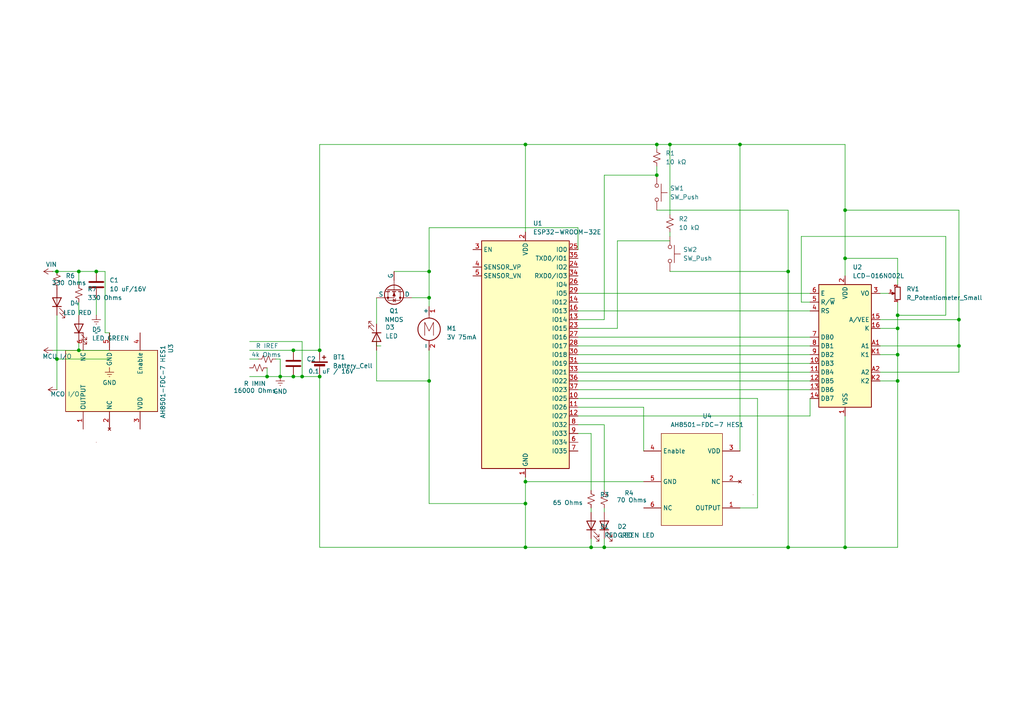
<source format=kicad_sch>
(kicad_sch (version 20231120) (generator "eeschema") (generator_version "8.0")
  (paper "A4")
  (lib_symbols
    (symbol "2024-11-20_13-12-45:TPB4056A20-ES1R"
      (property "Reference" "U3" (at 17.78 -2.032 90))
      (property "Value" "AH8501-FDC-7 HES1" (at 15.494 -11.684 90))
      (symbol "TPB4056A20-ES1R_0_1"
        (rectangle (start 13.97 -20.32) (end -12.7 -2.54) (fill (type color)))
      )
      (symbol "TPB4056A20-ES1R_1_1"
        (rectangle (start -3.81 -29.21) (end -3.81 -29.21) (fill (type color) (color 221 243 255 1)))
        (rectangle (start 13.97 -20.32) (end -12.7 -2.54) (fill (type background)))
        (pin output line (at -7.62 -25.4 90) (length 5.08) (name "OUTPUT") (number "1"))
        (pin no_connect line (at 0 -25.4 90) (length 5.08) (name "NC") (number "2"))
        (pin power_in line (at 8.89 -25.4 90) (length 5.08) (name "VDD") (number "3"))
        (pin input line (at 8.89 2.54 270) (length 5.08) (name "Enable") (number "4"))
        (pin power_in line (at 0 2.54 270) (length 5.08) (name "GND") (number "5"))
        (pin input line (at -7.62 2.54 270) (length 5.08) (name "NC") (number "6"))
      )
    )
    (symbol "Device:Battery_Cell" (pin_numbers hide) (pin_names (offset 0) hide)
      (property "Reference" "BT" (at 2.54 2.54 0))
      (property "Value" "Battery_Cell" (at 2.54 0 0))
      (symbol "Battery_Cell_0_1"
        (rectangle (start -2.286 1.778) (end 2.286 1.524) (fill (type outline)))
        (rectangle (start -1.524 1.016) (end 1.524 0.508) (fill (type outline)))
        (polyline (pts (xy 0 0.762) (xy 0 0)))
        (polyline (pts (xy 0 1.778) (xy 0 2.54)))
        (polyline (pts (xy 0.762 3.048) (xy 1.778 3.048)) (stroke (width 0.254)))
        (polyline (pts (xy 1.27 3.556) (xy 1.27 2.54)) (stroke (width 0.254)))
      )
      (symbol "Battery_Cell_1_1"
        (pin passive line (at 0 5.08 270) (length 2.54) (name "+") (number "1"))
        (pin passive line (at 0 -2.54 90) (length 2.54) (name "-") (number "2"))
      )
    )
    (symbol "Device:C" (pin_numbers hide) (pin_names (offset 0.254))
      (property "Reference" "C" (at 0.635 2.54 0))
      (property "Value" "C" (at 0.635 -2.54 0))
      (symbol "C_0_1"
        (polyline (pts (xy -2.032 -0.762) (xy 2.032 -0.762)) (stroke (width 0.508)))
        (polyline (pts (xy -2.032 0.762) (xy 2.032 0.762)) (stroke (width 0.508)))
      )
      (symbol "C_1_1"
        (pin passive line (at 0 3.81 270) (length 2.794) (name "~") (number "1"))
        (pin passive line (at 0 -3.81 90) (length 2.794) (name "~") (number "2"))
      )
    )
    (symbol "Device:LED" (pin_numbers hide) (pin_names (offset 1.016) hide)
      (property "Reference" "D" (at 0 2.54 0))
      (property "Value" "LED" (at 0 -2.54 0))
      (symbol "LED_0_1"
        (polyline (pts (xy -1.27 -1.27) (xy -1.27 1.27)) (stroke (width 0.254)))
        (polyline (pts (xy -1.27 0) (xy 1.27 0)))
        (polyline (pts (xy 1.27 -1.27) (xy 1.27 1.27) (xy -1.27 0) (xy 1.27 -1.27)) (stroke (width 0.254)))
        (polyline (pts (xy -3.048 -0.762) (xy -4.572 -2.286) (xy -3.81 -2.286) (xy -4.572 -2.286) (xy -4.572 -1.524)))
        (polyline (pts (xy -1.778 -0.762) (xy -3.302 -2.286) (xy -2.54 -2.286) (xy -3.302 -2.286) (xy -3.302 -1.524)))
      )
      (symbol "LED_1_1"
        (pin passive line (at -3.81 0 0) (length 2.54) (name "K") (number "1"))
        (pin passive line (at 3.81 0 180) (length 2.54) (name "A") (number "2"))
      )
    )
    (symbol "Device:R_Potentiometer_Small" (pin_names (offset 1.016) hide)
      (property "Reference" "RV" (at -4.445 0 90))
      (property "Value" "R_Potentiometer_Small" (at -2.54 0 90))
      (symbol "R_Potentiometer_Small_0_1"
        (polyline (pts (xy 0.889 0) (xy 0.635 0) (xy 1.651 0.381) (xy 1.651 -0.381) (xy 0.635 0) (xy 0.889 0)) (fill (type outline)))
        (rectangle (start 0.762 1.8034) (end -0.762 -1.8034) (stroke (width 0.254)))
      )
      (symbol "R_Potentiometer_Small_1_1"
        (pin passive line (at 0 2.54 270) (length 0.635) (name "1") (number "1"))
        (pin passive line (at 2.54 0 180) (length 0.9906) (name "2") (number "2"))
        (pin passive line (at 0 -2.54 90) (length 0.635) (name "3") (number "3"))
      )
    )
    (symbol "Device:R_Small_US" (pin_numbers hide) (pin_names (offset 0.254) hide)
      (property "Reference" "R" (at 0.762 0.508 0))
      (property "Value" "R_Small_US" (at 0.762 -1.016 0))
      (symbol "R_Small_US_1_1"
        (polyline (pts (xy 0 0) (xy 1.016 -0.381) (xy 0 -0.762) (xy -1.016 -1.143) (xy 0 -1.524)))
        (polyline (pts (xy 0 1.524) (xy 1.016 1.143) (xy 0 0.762) (xy -1.016 0.381) (xy 0 0)))
        (pin passive line (at 0 2.54 270) (length 1.016) (name "~") (number "1"))
        (pin passive line (at 0 -2.54 90) (length 1.016) (name "~") (number "2"))
      )
    )
    (symbol "Display_Character:LCD-016N002L"
      (property "Reference" "U" (at -6.35 18.796 0))
      (property "Value" "LCD-016N002L" (at 8.636 18.796 0))
      (symbol "LCD-016N002L_1_1"
        (rectangle (start -7.62 17.78) (end 7.62 -17.78) (stroke (width 0.254)) (fill (type background)))
        (pin power_in line (at 0 -20.32 90) (length 2.54) (name "VSS") (number "1"))
        (pin bidirectional line (at -10.16 -5.08 0) (length 2.54) (name "DB3") (number "10"))
        (pin bidirectional line (at -10.16 -7.62 0) (length 2.54) (name "DB4") (number "11"))
        (pin bidirectional line (at -10.16 -10.16 0) (length 2.54) (name "DB5") (number "12"))
        (pin bidirectional line (at -10.16 -12.7 0) (length 2.54) (name "DB6") (number "13"))
        (pin bidirectional line (at -10.16 -15.24 0) (length 2.54) (name "DB7") (number "14"))
        (pin power_in line (at 10.16 7.62 180) (length 2.54) (name "A/VEE") (number "15"))
        (pin power_in line (at 10.16 5.08 180) (length 2.54) (name "K") (number "16"))
        (pin power_in line (at 0 20.32 270) (length 2.54) (name "VDD") (number "2"))
        (pin input line (at 10.16 15.24 180) (length 2.54) (name "VO") (number "3"))
        (pin input line (at -10.16 10.16 0) (length 2.54) (name "RS") (number "4"))
        (pin input line (at -10.16 12.7 0) (length 2.54) (name "R/~{W}") (number "5"))
        (pin input line (at -10.16 15.24 0) (length 2.54) (name "E") (number "6"))
        (pin bidirectional line (at -10.16 2.54 0) (length 2.54) (name "DB0") (number "7"))
        (pin bidirectional line (at -10.16 0 0) (length 2.54) (name "DB1") (number "8"))
        (pin bidirectional line (at -10.16 -2.54 0) (length 2.54) (name "DB2") (number "9"))
        (pin power_in line (at 10.16 0 180) (length 2.54) (name "A1") (number "A1"))
        (pin power_in line (at 10.16 -7.62 180) (length 2.54) (name "A2") (number "A2"))
        (pin power_in line (at 10.16 -2.54 180) (length 2.54) (name "K1") (number "K1"))
        (pin power_in line (at 10.16 -10.16 180) (length 2.54) (name "K2") (number "K2"))
      )
    )
    (symbol "Library:AH8501-FDC-7"
      (property "Reference" "U4" (at 19.05 -15.875 90))
      (property "Value" "AH8501-FDC-7 HES1" (at 16.51 -15.875 90))
      (symbol "AH8501-FDC-7_1_1"
        (rectangle (start -12.7 -2.54) (end 13.97 -20.32) (fill (type background)))
        (rectangle (start -3.81 -29.21) (end -3.81 -29.21) (fill (type color) (color 221 243 255 1)))
        (pin output line (at -7.62 -25.4 90) (length 5.08) (name "OUTPUT") (number "1"))
        (pin no_connect line (at 0 -25.4 90) (length 5.08) (name "NC") (number "2"))
        (pin power_in line (at 8.89 -25.4 90) (length 5.08) (name "VDD") (number "3"))
        (pin input line (at 8.89 2.54 270) (length 5.08) (name "Enable") (number "4"))
        (pin power_in line (at 0 2.54 270) (length 5.08) (name "GND") (number "5"))
        (pin input line (at -7.62 2.54 270) (length 5.08) (name "NC") (number "6"))
      )
    )
    (symbol "Motor:Motor_DC" (pin_names (offset 0))
      (property "Reference" "M" (at 2.54 2.54 0))
      (property "Value" "Motor_DC" (at 2.54 -5.08 0))
      (symbol "Motor_DC_0_0"
        (polyline (pts (xy -1.27 -3.302) (xy -1.27 0.508) (xy 0 -2.032) (xy 1.27 0.508) (xy 1.27 -3.302)))
      )
      (symbol "Motor_DC_0_1"
        (circle (center 0 -1.524) (radius 3.2512) (stroke (width 0.254)))
        (polyline (pts (xy 0 -7.62) (xy 0 -7.112)))
        (polyline (pts (xy 0 -4.7752) (xy 0 -5.1816)))
        (polyline (pts (xy 0 1.7272) (xy 0 2.0828)))
        (polyline (pts (xy 0 2.032) (xy 0 2.54)))
      )
      (symbol "Motor_DC_1_1"
        (pin passive line (at 0 5.08 270) (length 2.54) (name "+") (number "1"))
        (pin passive line (at 0 -7.62 90) (length 2.54) (name "-") (number "2"))
      )
    )
    (symbol "RF_Module:ESP32-WROOM-32E"
      (property "Reference" "U" (at -12.7 34.29 0))
      (property "Value" "ESP32-WROOM-32E" (at 1.27 34.29 0))
      (symbol "ESP32-WROOM-32E_0_1"
        (rectangle (start -12.7 33.02) (end 12.7 -33.02) (stroke (width 0.254)) (fill (type background)))
      )
      (symbol "ESP32-WROOM-32E_1_1"
        (pin power_in line (at 0 -35.56 90) (length 2.54) (name "GND") (number "1"))
        (pin bidirectional line (at 15.24 -12.7 180) (length 2.54) (name "IO25") (number "10"))
        (pin bidirectional line (at 15.24 -15.24 180) (length 2.54) (name "IO26") (number "11"))
        (pin bidirectional line (at 15.24 -17.78 180) (length 2.54) (name "IO27") (number "12"))
        (pin bidirectional line (at 15.24 10.16 180) (length 2.54) (name "IO14") (number "13"))
        (pin bidirectional line (at 15.24 15.24 180) (length 2.54) (name "IO12") (number "14"))
        (pin passive line (at 0 -35.56 90) (length 2.54) hide (name "GND") (number "15"))
        (pin bidirectional line (at 15.24 12.7 180) (length 2.54) (name "IO13") (number "16"))
        (pin no_connect line (at -12.7 -5.08 0) (length 2.54) hide (name "NC") (number "17"))
        (pin no_connect line (at -12.7 -7.62 0) (length 2.54) hide (name "NC") (number "18"))
        (pin no_connect line (at -12.7 -12.7 0) (length 2.54) hide (name "NC") (number "19"))
        (pin power_in line (at 0 35.56 270) (length 2.54) (name "VDD") (number "2"))
        (pin no_connect line (at -12.7 -10.16 0) (length 2.54) hide (name "NC") (number "20"))
        (pin no_connect line (at -12.7 0 0) (length 2.54) hide (name "NC") (number "21"))
        (pin no_connect line (at -12.7 -2.54 0) (length 2.54) hide (name "NC") (number "22"))
        (pin bidirectional line (at 15.24 7.62 180) (length 2.54) (name "IO15") (number "23"))
        (pin bidirectional line (at 15.24 25.4 180) (length 2.54) (name "IO2") (number "24"))
        (pin bidirectional line (at 15.24 30.48 180) (length 2.54) (name "IO0") (number "25"))
        (pin bidirectional line (at 15.24 20.32 180) (length 2.54) (name "IO4") (number "26"))
        (pin bidirectional line (at 15.24 5.08 180) (length 2.54) (name "IO16") (number "27"))
        (pin bidirectional line (at 15.24 2.54 180) (length 2.54) (name "IO17") (number "28"))
        (pin bidirectional line (at 15.24 17.78 180) (length 2.54) (name "IO5") (number "29"))
        (pin input line (at -15.24 30.48 0) (length 2.54) (name "EN") (number "3"))
        (pin bidirectional line (at 15.24 0 180) (length 2.54) (name "IO18") (number "30"))
        (pin bidirectional line (at 15.24 -2.54 180) (length 2.54) (name "IO19") (number "31"))
        (pin no_connect line (at -12.7 -27.94 0) (length 2.54) hide (name "NC") (number "32"))
        (pin bidirectional line (at 15.24 -5.08 180) (length 2.54) (name "IO21") (number "33"))
        (pin bidirectional line (at 15.24 22.86 180) (length 2.54) (name "RXD0/IO3") (number "34"))
        (pin bidirectional line (at 15.24 27.94 180) (length 2.54) (name "TXD0/IO1") (number "35"))
        (pin bidirectional line (at 15.24 -7.62 180) (length 2.54) (name "IO22") (number "36"))
        (pin bidirectional line (at 15.24 -10.16 180) (length 2.54) (name "IO23") (number "37"))
        (pin passive line (at 0 -35.56 90) (length 2.54) hide (name "GND") (number "38"))
        (pin passive line (at 0 -35.56 90) (length 2.54) hide (name "GND") (number "39"))
        (pin input line (at -15.24 25.4 0) (length 2.54) (name "SENSOR_VP") (number "4"))
        (pin input line (at -15.24 22.86 0) (length 2.54) (name "SENSOR_VN") (number "5"))
        (pin input line (at 15.24 -25.4 180) (length 2.54) (name "IO34") (number "6"))
        (pin input line (at 15.24 -27.94 180) (length 2.54) (name "IO35") (number "7"))
        (pin bidirectional line (at 15.24 -20.32 180) (length 2.54) (name "IO32") (number "8"))
        (pin bidirectional line (at 15.24 -22.86 180) (length 2.54) (name "IO33") (number "9"))
      )
    )
    (symbol "Simulation_SPICE:NMOS" (pin_numbers hide) (pin_names (offset 0))
      (property "Reference" "Q" (at 5.08 1.27 0))
      (property "Value" "NMOS" (at 5.08 -1.27 0))
      (symbol "NMOS_0_1"
        (polyline (pts (xy 0.254 0) (xy -2.54 0)))
        (polyline (pts (xy 0.254 1.905) (xy 0.254 -1.905)) (stroke (width 0.254)))
        (polyline (pts (xy 0.762 -1.27) (xy 0.762 -2.286)) (stroke (width 0.254)))
        (polyline (pts (xy 0.762 0.508) (xy 0.762 -0.508)) (stroke (width 0.254)))
        (polyline (pts (xy 0.762 2.286) (xy 0.762 1.27)) (stroke (width 0.254)))
        (polyline (pts (xy 2.54 2.54) (xy 2.54 1.778)))
        (polyline (pts (xy 2.54 -2.54) (xy 2.54 0) (xy 0.762 0)))
        (polyline (pts (xy 0.762 -1.778) (xy 3.302 -1.778) (xy 3.302 1.778) (xy 0.762 1.778)))
        (polyline (pts (xy 1.016 0) (xy 2.032 0.381) (xy 2.032 -0.381) (xy 1.016 0)) (fill (type outline)))
        (polyline (pts (xy 2.794 0.508) (xy 2.921 0.381) (xy 3.683 0.381) (xy 3.81 0.254)))
        (polyline (pts (xy 3.302 0.381) (xy 2.921 -0.254) (xy 3.683 -0.254) (xy 3.302 0.381)))
        (circle (center 1.651 0) (radius 2.794) (stroke (width 0.254)))
        (circle (center 2.54 -1.778) (radius 0.254) (fill (type outline)))
        (circle (center 2.54 1.778) (radius 0.254) (fill (type outline)))
      )
      (symbol "NMOS_1_1"
        (pin passive line (at 2.54 5.08 270) (length 2.54) (name "D") (number "1"))
        (pin input line (at -5.08 0 0) (length 2.54) (name "G") (number "2"))
        (pin passive line (at 2.54 -5.08 90) (length 2.54) (name "S") (number "3"))
      )
    )
    (symbol "Switch:SW_Push" (pin_numbers hide) (pin_names (offset 1.016) hide)
      (property "Reference" "SW" (at 1.27 2.54 0))
      (property "Value" "SW_Push" (at 0 -1.524 0))
      (symbol "SW_Push_0_1"
        (circle (center -2.032 0) (radius 0.508))
        (polyline (pts (xy 0 1.27) (xy 0 3.048)))
        (polyline (pts (xy 2.54 1.27) (xy -2.54 1.27)))
        (circle (center 2.032 0) (radius 0.508))
        (pin passive line (at -5.08 0 0) (length 2.54) (name "1") (number "1"))
        (pin passive line (at 5.08 0 180) (length 2.54) (name "2") (number "2"))
      )
    )
    (symbol "power:Earth" (power) (pin_numbers hide) (pin_names (offset 0) hide)
      (property "Value" "Earth" (at 0 -3.81 0))
      (symbol "Earth_0_1"
        (polyline (pts (xy -0.635 -1.905) (xy 0.635 -1.905)))
        (polyline (pts (xy -0.127 -2.54) (xy 0.127 -2.54)))
        (polyline (pts (xy 0 -1.27) (xy 0 0)))
        (polyline (pts (xy 1.27 -1.27) (xy -1.27 -1.27)))
      )
      (symbol "Earth_1_1"
        (pin power_in line (at 0 0 270) (length 0) (name "~") (number "1"))
      )
    )
    (symbol "power:VAA" (power) (pin_numbers hide) (pin_names (offset 0) hide)
      (property "Value" "VAA" (at 0 3.556 0))
      (symbol "VAA_0_1"
        (polyline (pts (xy -0.762 1.27) (xy 0 2.54)))
        (polyline (pts (xy 0 0) (xy 0 2.54)))
        (polyline (pts (xy 0 2.54) (xy 0.762 1.27)))
      )
      (symbol "VAA_1_1"
        (pin power_in line (at 0 0 90) (length 0) (name "~") (number "1"))
      )
    )
  )
  (junction (at 190.5 41.91))
  (junction (at 260.35 95.25))
  (junction (at 175.26 158.75))
  (junction (at 16.51 104.14))
  (junction (at 245.11 60.96))
  (junction (at 87.63 109.22))
  (junction (at 152.4 139.7))
  (junction (at 124.46 78.74))
  (junction (at 77.47 109.22))
  (junction (at 124.46 86.36))
  (junction (at 245.11 158.75))
  (junction (at 92.71 101.6))
  (junction (at 22.86 101.6))
  (junction (at 245.11 74.93))
  (junction (at 190.5 50.8))
  (junction (at 85.09 109.22))
  (junction (at 16.51 78.74))
  (junction (at 85.09 101.6))
  (junction (at 152.4 158.75))
  (junction (at 22.86 78.74))
  (junction (at 124.46 110.49))
  (junction (at 152.4 146.05))
  (junction (at 260.35 91.44))
  (junction (at 27.94 78.74))
  (junction (at 260.35 102.87))
  (junction (at 214.63 41.91))
  (junction (at 194.31 41.91))
  (junction (at 92.71 109.22))
  (junction (at 228.6 78.74))
  (junction (at 260.35 110.49))
  (junction (at 278.13 92.71))
  (junction (at 228.6 158.75))
  (junction (at 171.45 158.75))
  (junction (at 81.28 109.22))
  (junction (at 278.13 100.33))
  (junction (at 152.4 41.91))
  (wire (pts (xy 72.39 99.06) (xy 87.63 99.06)))
  (wire (pts (xy 72.39 101.6) (xy 85.09 101.6)))
  (wire (pts (xy 179.07 69.85) (xy 179.07 95.25)))
  (wire (pts (xy 16.51 113.03) (xy 16.51 104.14)))
  (wire (pts (xy 167.64 85.09) (xy 234.95 85.09)))
  (wire (pts (xy 245.11 120.65) (xy 245.11 158.75)))
  (wire (pts (xy 274.32 91.44) (xy 260.35 91.44)))
  (wire (pts (xy 85.09 109.22) (xy 87.63 109.22)))
  (wire (pts (xy 232.41 68.58) (xy 274.32 68.58)))
  (wire (pts (xy 234.95 115.57) (xy 234.95 120.65)))
  (wire (pts (xy 81.28 109.22) (xy 85.09 109.22)))
  (wire (pts (xy 124.46 101.6) (xy 124.46 110.49)))
  (wire (pts (xy 16.51 91.44) (xy 16.51 104.14)))
  (wire (pts (xy 234.95 87.63) (xy 232.41 87.63)))
  (wire (pts (xy 167.64 105.41) (xy 234.95 105.41)))
  (wire (pts (xy 167.64 90.17) (xy 234.95 90.17)))
  (wire (pts (xy 124.46 146.05) (xy 152.4 146.05)))
  (wire (pts (xy 22.86 101.6) (xy 31.75 101.6)))
  (wire (pts (xy 27.94 86.36) (xy 27.94 91.44)))
  (wire (pts (xy 171.45 158.75) (xy 175.26 158.75)))
  (wire (pts (xy 190.5 41.91) (xy 194.31 41.91)))
  (wire (pts (xy 260.35 87.63) (xy 260.35 91.44)))
  (wire (pts (xy 152.4 139.7) (xy 186.69 139.7)))
  (wire (pts (xy 109.22 101.6) (xy 109.22 110.49)))
  (wire (pts (xy 16.51 104.14) (xy 31.75 104.14)))
  (wire (pts (xy 245.11 158.75) (xy 228.6 158.75)))
  (wire (pts (xy 87.63 99.06) (xy 87.63 109.22)))
  (wire (pts (xy 255.27 110.49) (xy 260.35 110.49)))
  (wire (pts (xy 179.07 95.25) (xy 167.64 95.25)))
  (wire (pts (xy 245.11 60.96) (xy 245.11 41.91)))
  (wire (pts (xy 171.45 125.73) (xy 171.45 142.24)))
  (wire (pts (xy 167.64 123.19) (xy 175.26 123.19)))
  (wire (pts (xy 175.26 158.75) (xy 228.6 158.75)))
  (wire (pts (xy 232.41 87.63) (xy 232.41 68.58)))
  (wire (pts (xy 74.93 104.14) (xy 72.39 104.14)))
  (wire (pts (xy 167.64 107.95) (xy 234.95 107.95)))
  (wire (pts (xy 152.4 138.43) (xy 152.4 139.7)))
  (wire (pts (xy 245.11 60.96) (xy 278.13 60.96)))
  (wire (pts (xy 167.64 102.87) (xy 234.95 102.87)))
  (wire (pts (xy 30.48 96.52) (xy 31.75 96.52)))
  (wire (pts (xy 190.5 60.96) (xy 228.6 60.96)))
  (wire (pts (xy 219.71 115.57) (xy 167.64 115.57)))
  (wire (pts (xy 171.45 147.32) (xy 171.45 148.59)))
  (wire (pts (xy 186.69 130.81) (xy 186.69 118.11)))
  (wire (pts (xy 80.01 104.14) (xy 81.28 104.14)))
  (wire (pts (xy 109.22 86.36) (xy 109.22 93.98)))
  (wire (pts (xy 77.47 106.68) (xy 77.47 109.22)))
  (wire (pts (xy 228.6 60.96) (xy 228.6 78.74)))
  (wire (pts (xy 167.64 113.03) (xy 234.95 113.03)))
  (wire (pts (xy 219.71 147.32) (xy 219.71 115.57)))
  (wire (pts (xy 119.38 86.36) (xy 124.46 86.36)))
  (wire (pts (xy 190.5 48.26) (xy 190.5 50.8)))
  (wire (pts (xy 278.13 100.33) (xy 278.13 92.71)))
  (wire (pts (xy 85.09 101.6) (xy 92.71 101.6)))
  (wire (pts (xy 194.31 78.74) (xy 228.6 78.74)))
  (wire (pts (xy 214.63 147.32) (xy 219.71 147.32)))
  (wire (pts (xy 109.22 110.49) (xy 124.46 110.49)))
  (wire (pts (xy 152.4 41.91) (xy 152.4 67.31)))
  (wire (pts (xy 152.4 139.7) (xy 152.4 146.05)))
  (wire (pts (xy 260.35 91.44) (xy 260.35 95.25)))
  (wire (pts (xy 22.86 78.74) (xy 27.94 78.74)))
  (wire (pts (xy 278.13 92.71) (xy 278.13 60.96)))
  (wire (pts (xy 255.27 92.71) (xy 278.13 92.71)))
  (wire (pts (xy 194.31 41.91) (xy 214.63 41.91)))
  (wire (pts (xy 152.4 41.91) (xy 190.5 41.91)))
  (wire (pts (xy 260.35 158.75) (xy 245.11 158.75)))
  (wire (pts (xy 72.39 109.22) (xy 77.47 109.22)))
  (wire (pts (xy 255.27 102.87) (xy 260.35 102.87)))
  (wire (pts (xy 194.31 41.91) (xy 194.31 62.23)))
  (wire (pts (xy 110.49 100.33) (xy 109.22 100.33)))
  (wire (pts (xy 167.64 97.79) (xy 234.95 97.79)))
  (wire (pts (xy 186.69 118.11) (xy 167.64 118.11)))
  (wire (pts (xy 278.13 107.95) (xy 278.13 100.33)))
  (wire (pts (xy 214.63 41.91) (xy 214.63 130.81)))
  (wire (pts (xy 175.26 92.71) (xy 167.64 92.71)))
  (wire (pts (xy 15.24 78.74) (xy 16.51 78.74)))
  (wire (pts (xy 167.64 125.73) (xy 171.45 125.73)))
  (wire (pts (xy 124.46 78.74) (xy 124.46 86.36)))
  (wire (pts (xy 245.11 80.01) (xy 245.11 74.93)))
  (wire (pts (xy 260.35 102.87) (xy 260.35 110.49)))
  (wire (pts (xy 124.46 66.04) (xy 124.46 78.74)))
  (wire (pts (xy 260.35 95.25) (xy 260.35 102.87)))
  (wire (pts (xy 175.26 123.19) (xy 175.26 142.24)))
  (wire (pts (xy 92.71 109.22) (xy 92.71 158.75)))
  (wire (pts (xy 175.26 156.21) (xy 175.26 158.75)))
  (wire (pts (xy 260.35 74.93) (xy 245.11 74.93)))
  (wire (pts (xy 92.71 158.75) (xy 152.4 158.75)))
  (wire (pts (xy 255.27 107.95) (xy 278.13 107.95)))
  (wire (pts (xy 175.26 50.8) (xy 175.26 92.71)))
  (wire (pts (xy 260.35 110.49) (xy 260.35 158.75)))
  (wire (pts (xy 81.28 104.14) (xy 81.28 109.22)))
  (wire (pts (xy 167.64 100.33) (xy 234.95 100.33)))
  (wire (pts (xy 152.4 158.75) (xy 171.45 158.75)))
  (wire (pts (xy 255.27 95.25) (xy 260.35 95.25)))
  (wire (pts (xy 124.46 86.36) (xy 124.46 88.9)))
  (wire (pts (xy 255.27 100.33) (xy 278.13 100.33)))
  (wire (pts (xy 92.71 41.91) (xy 152.4 41.91)))
  (wire (pts (xy 179.07 69.85) (xy 194.31 69.85)))
  (wire (pts (xy 175.26 147.32) (xy 175.26 148.59)))
  (wire (pts (xy 16.51 78.74) (xy 22.86 78.74)))
  (wire (pts (xy 228.6 78.74) (xy 228.6 158.75)))
  (wire (pts (xy 190.5 43.18) (xy 190.5 41.91)))
  (wire (pts (xy 245.11 41.91) (xy 214.63 41.91)))
  (wire (pts (xy 245.11 74.93) (xy 245.11 60.96)))
  (wire (pts (xy 190.5 50.8) (xy 175.26 50.8)))
  (wire (pts (xy 260.35 82.55) (xy 260.35 74.93)))
  (wire (pts (xy 114.3 78.74) (xy 124.46 78.74)))
  (wire (pts (xy 167.64 66.04) (xy 124.46 66.04)))
  (wire (pts (xy 27.94 78.74) (xy 30.48 78.74)))
  (wire (pts (xy 77.47 109.22) (xy 81.28 109.22)))
  (wire (pts (xy 167.64 72.39) (xy 167.64 66.04)))
  (wire (pts (xy 15.24 101.6) (xy 22.86 101.6)))
  (wire (pts (xy 22.86 99.06) (xy 22.86 101.6)))
  (wire (pts (xy 194.31 67.31) (xy 194.31 68.58)))
  (wire (pts (xy 124.46 110.49) (xy 124.46 146.05)))
  (wire (pts (xy 171.45 156.21) (xy 171.45 158.75)))
  (wire (pts (xy 152.4 146.05) (xy 152.4 158.75)))
  (wire (pts (xy 167.64 110.49) (xy 234.95 110.49)))
  (wire (pts (xy 22.86 87.63) (xy 22.86 91.44)))
  (wire (pts (xy 109.22 99.06) (xy 109.22 100.33)))
  (wire (pts (xy 87.63 109.22) (xy 92.71 109.22)))
  (wire (pts (xy 31.75 96.52) (xy 31.75 99.06)))
  (wire (pts (xy 234.95 120.65) (xy 167.64 120.65)))
  (wire (pts (xy 92.71 41.91) (xy 92.71 101.6)))
  (wire (pts (xy 22.86 78.74) (xy 22.86 82.55)))
  (wire (pts (xy 255.27 85.09) (xy 257.81 85.09)))
  (wire (pts (xy 30.48 78.74) (xy 30.48 96.52)))
  (wire (pts (xy 274.32 68.58) (xy 274.32 91.44)))
  (symbol (lib_id "power:Earth") (at 81.28 109.22 0) (unit 1)
    (property "Reference" "#PWR01" (effects (hide yes)))
    (property "Value" "GND" (at 79.248 113.538 0) (effects (justify left)))
    (property "Description" "Power symbol creates a global label with name \"Earth\"" (effects (hide yes)))
  )
  (symbol (lib_id "RF_Module:ESP32-WROOM-32E") (at 152.4 102.87 0) (unit 1)
    (property "Reference" "U1" (at 154.5941 64.77 0) (effects (justify left)))
    (property "Value" "ESP32-WROOM-32E" (at 154.5941 67.31 0) (effects (justify left)))
    (property "Footprint" "RF_Module:ESP32-WROOM-32D" (effects (hide yes)))
    (property "Datasheet" "https://www.espressif.com/sites/default/files/documentation/esp32-wroom-32e_esp32-wroom-32ue_datasheet_en.pdf" (effects (hide yes)))
    (property "Description" "RF Module, ESP32-D0WD-V3 SoC, without PSRAM, Wi-Fi 802.11b/g/n, Bluetooth, BLE, 32-bit, 2.7-3.6V, onboard antenna, SMD" (effects (hide yes)))
  )
  (symbol (lib_id "Device:R_Small_US") (at 190.5 45.72 0) (unit 1)
    (property "Reference" "R1" (at 193.04 44.4499 0) (effects (justify left)))
    (property "Value" "10 kΩ" (at 193.04 46.9899 0) (effects (justify left)))
    (property "Description" "Resistor, small US symbol" (effects (hide yes)))
  )
  (symbol (lib_id "Device:R_Small_US") (at 16.51 81.28 0) (unit 1)
    (property "Reference" "R6" (at 19.05 80.0099 0) (effects (justify left)))
    (property "Value" "330 Ohms" (at 14.986 82.042 0) (effects (justify left)))
    (property "Description" "Resistor, small US symbol" (effects (hide yes)))
  )
  (symbol (lib_id "Device:LED") (at 16.51 87.63 90) (unit 1)
    (property "Reference" "D4" (at 20.32 87.9474 90) (effects (justify right)))
    (property "Value" "LED RED" (at 18.288 90.678 90) (effects (justify right)))
    (property "Description" "Light emitting diode" (effects (hide yes)))
  )
  (symbol (lib_id "Library:AH8501-FDC-7") (at 189.23 139.7 90) (unit 1)
    (property "Reference" "U4" (at 205.105 120.65 90))
    (property "Value" "AH8501-FDC-7 HES1" (at 205.105 123.19 90))
    (property "Footprint" "Library:6-UDFN" (effects (hide yes)))
  )
  (symbol (lib_id "power:VAA") (at 15.24 78.74 90) (unit 1)
    (property "Reference" "#PWR03" (effects (hide yes)))
    (property "Value" "VIN" (at 16.51 76.708 90) (effects (justify left)))
    (property "Description" "Power symbol creates a global label with name \"VAA\"" (effects (hide yes)))
  )
  (symbol (lib_id "Device:R_Small_US") (at 74.93 106.68 90) (unit 1)
    (property "Reference" "R IMIN" (at 73.914 111.252 90))
    (property "Value" "16000 Ohms" (at 73.914 113.284 90))
    (property "Description" "Resistor, small US symbol" (effects (hide yes)))
  )
  (symbol (lib_id "Device:R_Small_US") (at 175.26 144.78 0) (unit 1)
    (property "Reference" "R4" (at 181.102 143.002 0) (effects (justify left)))
    (property "Value" "70 Ohms" (at 178.816 145.034 0) (effects (justify left)))
    (property "Description" "Resistor, small US symbol" (effects (hide yes)))
  )
  (symbol (lib_id "Device:C") (at 85.09 105.41 0) (unit 1)
    (property "Reference" "C2" (at 88.9 104.1399 0) (effects (justify left)))
    (property "Value" "0.1 uF / 16V" (at 89.408 107.696 0) (effects (justify left)))
    (property "Description" "Unpolarized capacitor" (effects (hide yes)))
  )
  (symbol (lib_id "Device:R_Small_US") (at 77.47 104.14 90) (unit 1)
    (property "Reference" "R IREF" (at 77.47 100.33 90))
    (property "Value" "4k Ohms" (at 81.534 102.87 90) (effects (justify left)))
    (property "Description" "Resistor, small US symbol" (effects (hide yes)))
  )
  (symbol (lib_id "power:VAA") (at 16.51 113.03 90) (unit 1)
    (property "Reference" "#PWR04" (effects (hide yes)))
    (property "Value" "MCO I/O" (at 23.114 114.3 90) (effects (justify left)))
    (property "Description" "Power symbol creates a global label with name \"VAA\"" (effects (hide yes)))
  )
  (symbol (lib_id "Device:R_Small_US") (at 22.86 85.09 0) (unit 1)
    (property "Reference" "R7" (at 25.4 83.8199 0) (effects (justify left)))
    (property "Value" "330 Ohms" (at 25.4 86.3599 0) (effects (justify left)))
    (property "Description" "Resistor, small US symbol" (effects (hide yes)))
  )
  (symbol (lib_id "Device:LED") (at 109.22 97.79 270) (unit 1)
    (property "Reference" "D3" (at 111.76 94.9324 90) (effects (justify left)))
    (property "Value" "LED" (at 111.76 97.4724 90) (effects (justify left)))
    (property "Description" "Light emitting diode" (effects (hide yes)))
  )
  (symbol (lib_id "Device:LED") (at 171.45 152.4 90) (unit 1)
    (property "Reference" "D1" (at 173.99 152.7174 90) (effects (justify right)))
    (property "Value" "RED LED" (at 175.26 155.2574 90) (effects (justify right)))
    (property "Description" "Light emitting diode" (effects (hide yes)))
  )
  (symbol (lib_id "Device:R_Potentiometer_Small") (at 260.35 85.09 180) (unit 1)
    (property "Reference" "RV1" (at 262.89 83.8199 0) (effects (justify right)))
    (property "Value" "R_Potentiometer_Small" (at 262.89 86.3599 0) (effects (justify right)))
    (property "Description" "Potentiometer" (effects (hide yes)))
  )
  (symbol (lib_id "Device:R_Small_US") (at 171.45 144.78 0) (unit 1)
    (property "Reference" "R3" (at 173.99 143.5099 0) (effects (justify left)))
    (property "Value" "65 Ohms" (at 160.274 145.796 0) (effects (justify left)))
    (property "Description" "Resistor, small US symbol" (effects (hide yes)))
  )
  (symbol (lib_id "Switch:SW_Push") (at 194.31 73.66 270) (unit 1)
    (property "Reference" "SW2" (at 198.12 72.3899 90) (effects (justify left)))
    (property "Value" "SW_Push" (at 198.12 74.9299 90) (effects (justify left)))
    (property "Description" "Push button switch, generic, two pins" (effects (hide yes)))
  )
  (symbol (lib_id "Device:LED") (at 175.26 152.4 90) (unit 1)
    (property "Reference" "D2" (at 179.07 152.7174 90) (effects (justify right)))
    (property "Value" "GREEN LED" (at 179.07 155.2574 90) (effects (justify right)))
    (property "Description" "Light emitting diode" (effects (hide yes)))
  )
  (symbol (lib_id "Device:LED") (at 22.86 95.25 90) (unit 1)
    (property "Reference" "D5" (at 26.67 95.5674 90) (effects (justify right)))
    (property "Value" "LED GREEN" (at 26.67 98.1074 90) (effects (justify right)))
    (property "Description" "Light emitting diode" (effects (hide yes)))
  )
  (symbol (lib_id "Motor:Motor_DC") (at 124.46 93.98 0) (unit 1)
    (property "Reference" "M1" (at 129.54 95.2499 0) (effects (justify left)))
    (property "Value" "3V 75mA" (at 129.54 97.7899 0) (effects (justify left)))
    (property "Description" "DC Motor" (effects (hide yes)))
  )
  (symbol (lib_id "Device:Battery_Cell") (at 92.71 106.68 0) (unit 1)
    (property "Reference" "BT1" (at 96.52 103.5684 0) (effects (justify left)))
    (property "Value" "Battery_Cell" (at 96.52 106.1084 0) (effects (justify left)))
    (property "Description" "Single-cell battery" (effects (hide yes)))
  )
  (symbol (lib_id "power:Earth") (at 27.94 91.44 0) (unit 1)
    (property "Reference" "#PWR05" (effects (hide yes)))
    (property "Value" "~" (at 27.94 96.52 0))
    (property "Description" "Power symbol creates a global label with name \"Earth\"" (effects (hide yes)))
  )
  (symbol (lib_id "Switch:SW_Push") (at 190.5 55.88 270) (unit 1)
    (property "Reference" "SW1" (at 194.31 54.6099 90) (effects (justify left)))
    (property "Value" "SW_Push" (at 194.31 57.1499 90) (effects (justify left)))
    (property "Description" "Push button switch, generic, two pins" (effects (hide yes)))
  )
  (symbol (lib_id "power:VAA") (at 15.24 101.6 90) (unit 1)
    (property "Reference" "#PWR02" (effects (hide yes)))
    (property "Value" "MCU I/O" (at 20.828 103.378 90) (effects (justify left)))
    (property "Description" "Power symbol creates a global label with name \"VAA\"" (effects (hide yes)))
  )
  (symbol (lib_id "Display_Character:LCD-016N002L") (at 245.11 100.33 0) (unit 1)
    (property "Reference" "U2" (at 247.3041 77.47 0) (effects (justify left)))
    (property "Value" "LCD-016N002L" (at 247.3041 80.01 0) (effects (justify left)))
    (property "Footprint" "Display:LCD-016N002L" (effects (hide yes)))
    (property "Datasheet" "http://www.vishay.com/docs/37299/37299.pdf" (effects (hide yes)))
    (property "Description" "LCD 12x2, 8 bit parallel bus, 3V or 5V VDD" (effects (hide yes)))
  )
  (symbol (lib_id "Device:C") (at 27.94 82.55 0) (unit 1)
    (property "Reference" "C1" (at 31.75 81.2799 0) (effects (justify left)))
    (property "Value" "10 uF/16V" (at 31.75 83.8199 0) (effects (justify left)))
    (property "Description" "Unpolarized capacitor" (effects (hide yes)))
  )
  (symbol (lib_id "Simulation_SPICE:NMOS") (at 114.3 83.82 270) (unit 1)
    (property "Reference" "Q1" (at 114.3 90.17 90))
    (property "Value" "NMOS" (at 114.3 92.71 90))
    (property "Datasheet" "https://ngspice.sourceforge.io/docs/ngspice-html-manual/manual.xhtml#cha_MOSFETs" (effects (hide yes)))
    (property "Description" "N-MOSFET transistor, drain/source/gate" (effects (hide yes)))
    (property "Sim.Device" "NMOS" (effects (hide yes)))
    (property "Sim.Type" "VDMOS" (effects (hide yes)))
    (property "Sim.Pins" "1=D 2=G 3=S" (effects (hide yes)))
  )
  (symbol (lib_id "Device:R_Small_US") (at 194.31 64.77 0) (unit 1)
    (property "Reference" "R2" (at 196.85 63.4999 0) (effects (justify left)))
    (property "Value" "10 kΩ" (at 196.85 66.0399 0) (effects (justify left)))
    (property "Description" "Resistor, small US symbol" (effects (hide yes)))
  )
  (symbol (lib_id "2024-11-20_13-12-45:TPB4056A20-ES1R") (at 31.75 99.06 0) (unit 1)
    (property "Reference" "U3" (at 49.53 101.092 90))
    (property "Value" "AH8501-FDC-7 HES1" (at 47.244 110.744 90))
    (property "Footprint" "Library:6-UDFN" (effects (hide yes)))
  )
  (symbol (lib_id "power:Earth") (at 31.75 106.68 0) (unit 1)
    (property "Reference" "#PWR06" (effects (hide yes)))
    (property "Value" "GND" (at 29.718 110.998 0) (effects (justify left)))
    (property "Description" "Power symbol creates a global label with name \"Earth\"" (effects (hide yes)))
  )
)
</source>
